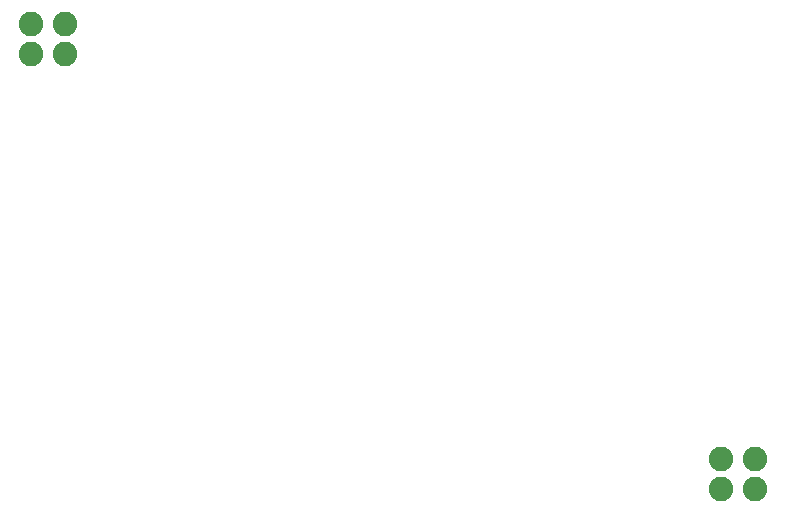
<source format=gbs>
G04 EAGLE Gerber X2 export*
G75*
%MOMM*%
%FSLAX34Y34*%
%LPD*%
%AMOC8*
5,1,8,0,0,1.08239X$1,22.5*%
G01*
%ADD10C,2.082800*%


D10*
X684022Y50800D03*
X712978Y50800D03*
X684022Y25400D03*
X712978Y25400D03*
X99822Y419100D03*
X128778Y419100D03*
X99822Y393700D03*
X128778Y393700D03*
M02*

</source>
